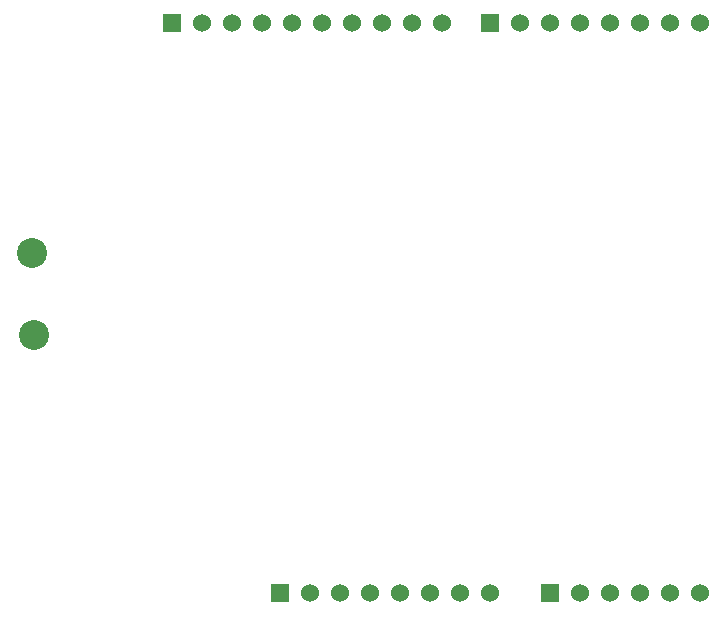
<source format=gbr>
G04*
G04 #@! TF.GenerationSoftware,Altium Limited,Altium Designer,23.0.1 (38)*
G04*
G04 Layer_Color=255*
%FSLAX44Y44*%
%MOMM*%
G71*
G04*
G04 #@! TF.SameCoordinates,64DEC9DB-233E-40C6-88A2-80678BC6FC1E*
G04*
G04*
G04 #@! TF.FilePolarity,Positive*
G04*
G01*
G75*
%ADD24R,1.5300X1.5300*%
%ADD25C,1.5300*%
%ADD26C,2.5400*%
D24*
X192278Y509778D02*
D03*
X512318Y27178D02*
D03*
X283718D02*
D03*
X461518Y509778D02*
D03*
D25*
X217678D02*
D03*
X243078D02*
D03*
X268478D02*
D03*
X293878D02*
D03*
X319278D02*
D03*
X344678D02*
D03*
X370078D02*
D03*
X395478D02*
D03*
X420878D02*
D03*
X537718Y27178D02*
D03*
X563118D02*
D03*
X588518D02*
D03*
X613918D02*
D03*
X639318D02*
D03*
X309118D02*
D03*
X334518D02*
D03*
X359918D02*
D03*
X385318D02*
D03*
X410718D02*
D03*
X436118D02*
D03*
X461518D02*
D03*
X486918Y509778D02*
D03*
X512318D02*
D03*
X537718D02*
D03*
X563118D02*
D03*
X588518D02*
D03*
X613918D02*
D03*
X639318D02*
D03*
D26*
X75438Y245618D02*
D03*
X73914Y315468D02*
D03*
M02*

</source>
